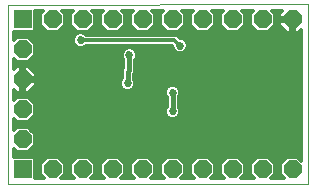
<source format=gbl>
G75*
%MOIN*%
%OFA0B0*%
%FSLAX25Y25*%
%IPPOS*%
%LPD*%
%AMOC8*
5,1,8,0,0,1.08239X$1,22.5*
%
%ADD10C,0.00000*%
%ADD11R,0.05906X0.05906*%
%ADD12OC8,0.05906*%
%ADD13R,0.06000X0.06000*%
%ADD14OC8,0.06000*%
%ADD15C,0.02700*%
%ADD16C,0.01600*%
%ADD17C,0.01200*%
D10*
X0040000Y0001600D02*
X0040000Y0061561D01*
X0140000Y0061600D01*
X0140000Y0001600D01*
X0040000Y0001600D01*
D11*
X0045000Y0006600D03*
D12*
X0055000Y0006600D03*
X0065000Y0006600D03*
X0075000Y0006600D03*
X0085000Y0006600D03*
X0095000Y0006600D03*
X0105000Y0006600D03*
X0115000Y0006600D03*
X0125000Y0006600D03*
X0135000Y0006600D03*
D13*
X0045000Y0056600D03*
D14*
X0055000Y0056600D03*
X0065000Y0056600D03*
X0075000Y0056600D03*
X0085000Y0056600D03*
X0095000Y0056600D03*
X0105000Y0056600D03*
X0115000Y0056600D03*
X0125000Y0056600D03*
X0135000Y0056600D03*
X0045000Y0046600D03*
X0045000Y0036600D03*
X0045000Y0026600D03*
X0045000Y0016600D03*
D15*
X0065625Y0030975D03*
X0080000Y0035350D03*
X0095000Y0032225D03*
X0095000Y0025975D03*
X0131875Y0029946D03*
X0131875Y0037004D03*
X0097500Y0047850D03*
X0080625Y0044725D03*
X0064375Y0049725D03*
D16*
X0080625Y0044725D02*
X0080625Y0039725D01*
X0080000Y0039100D01*
X0080000Y0035350D01*
X0095000Y0032225D02*
X0095000Y0025975D01*
D17*
X0097431Y0026769D02*
X0137900Y0026769D01*
X0137900Y0027967D02*
X0097000Y0027967D01*
X0097000Y0027581D02*
X0097000Y0030619D01*
X0097162Y0030781D01*
X0097550Y0031718D01*
X0097550Y0032732D01*
X0097162Y0033669D01*
X0096444Y0034387D01*
X0095507Y0034775D01*
X0094493Y0034775D01*
X0093556Y0034387D01*
X0092838Y0033669D01*
X0092450Y0032732D01*
X0092450Y0031718D01*
X0092838Y0030781D01*
X0093000Y0030619D01*
X0093000Y0027581D01*
X0092838Y0027419D01*
X0092450Y0026482D01*
X0092450Y0025468D01*
X0092838Y0024531D01*
X0093556Y0023813D01*
X0094493Y0023425D01*
X0095507Y0023425D01*
X0096444Y0023813D01*
X0097162Y0024531D01*
X0097550Y0025468D01*
X0097550Y0026482D01*
X0097162Y0027419D01*
X0097000Y0027581D01*
X0097000Y0029166D02*
X0137900Y0029166D01*
X0137900Y0030364D02*
X0097000Y0030364D01*
X0097486Y0031563D02*
X0137900Y0031563D01*
X0137900Y0032761D02*
X0097538Y0032761D01*
X0096871Y0033960D02*
X0137900Y0033960D01*
X0137900Y0035158D02*
X0082550Y0035158D01*
X0082550Y0034843D02*
X0082550Y0035857D01*
X0082162Y0036794D01*
X0082000Y0036956D01*
X0082000Y0038272D01*
X0082625Y0038897D01*
X0082625Y0043119D01*
X0082787Y0043281D01*
X0083175Y0044218D01*
X0083175Y0045232D01*
X0082787Y0046169D01*
X0082069Y0046887D01*
X0081132Y0047275D01*
X0080118Y0047275D01*
X0079181Y0046887D01*
X0078463Y0046169D01*
X0078075Y0045232D01*
X0078075Y0044218D01*
X0078463Y0043281D01*
X0078625Y0043119D01*
X0078625Y0040553D01*
X0078000Y0039928D01*
X0078000Y0036956D01*
X0077838Y0036794D01*
X0077450Y0035857D01*
X0077450Y0034843D01*
X0077838Y0033906D01*
X0078556Y0033188D01*
X0079493Y0032800D01*
X0080507Y0032800D01*
X0081444Y0033188D01*
X0082162Y0033906D01*
X0082550Y0034843D01*
X0082184Y0033960D02*
X0093129Y0033960D01*
X0092462Y0032761D02*
X0047667Y0032761D01*
X0046905Y0032000D02*
X0045400Y0032000D01*
X0045400Y0036200D01*
X0045400Y0037000D01*
X0044600Y0037000D01*
X0044600Y0041200D01*
X0043095Y0041200D01*
X0042100Y0040205D01*
X0042100Y0043560D01*
X0043260Y0042400D01*
X0046740Y0042400D01*
X0049200Y0044860D01*
X0049200Y0048340D01*
X0046740Y0050800D01*
X0043260Y0050800D01*
X0042100Y0049640D01*
X0042100Y0052400D01*
X0048497Y0052400D01*
X0049200Y0053103D01*
X0049200Y0059464D01*
X0051926Y0059465D01*
X0050800Y0058340D01*
X0050800Y0054860D01*
X0053260Y0052400D01*
X0056740Y0052400D01*
X0059200Y0054860D01*
X0059200Y0058340D01*
X0058072Y0059468D01*
X0061930Y0059469D01*
X0060800Y0058340D01*
X0060800Y0054860D01*
X0063260Y0052400D01*
X0066740Y0052400D01*
X0069200Y0054860D01*
X0069200Y0058340D01*
X0068068Y0059472D01*
X0071934Y0059473D01*
X0070800Y0058340D01*
X0070800Y0054860D01*
X0073260Y0052400D01*
X0076740Y0052400D01*
X0079200Y0054860D01*
X0079200Y0058340D01*
X0078064Y0059476D01*
X0081937Y0059477D01*
X0080800Y0058340D01*
X0080800Y0054860D01*
X0083260Y0052400D01*
X0086740Y0052400D01*
X0089200Y0054860D01*
X0089200Y0058340D01*
X0088060Y0059480D01*
X0091941Y0059481D01*
X0090800Y0058340D01*
X0090800Y0054860D01*
X0093260Y0052400D01*
X0096740Y0052400D01*
X0099200Y0054860D01*
X0099200Y0058340D01*
X0098056Y0059483D01*
X0101945Y0059485D01*
X0100800Y0058340D01*
X0100800Y0054860D01*
X0103260Y0052400D01*
X0106740Y0052400D01*
X0109200Y0054860D01*
X0109200Y0058340D01*
X0108052Y0059487D01*
X0111949Y0059489D01*
X0110800Y0058340D01*
X0110800Y0054860D01*
X0113260Y0052400D01*
X0116740Y0052400D01*
X0119200Y0054860D01*
X0119200Y0058340D01*
X0118048Y0059491D01*
X0121953Y0059493D01*
X0120800Y0058340D01*
X0120800Y0054860D01*
X0123260Y0052400D01*
X0126740Y0052400D01*
X0129200Y0054860D01*
X0129200Y0058340D01*
X0128044Y0059495D01*
X0131391Y0059497D01*
X0130400Y0058505D01*
X0130400Y0057000D01*
X0134600Y0057000D01*
X0134600Y0056200D01*
X0130400Y0056200D01*
X0130400Y0054695D01*
X0133095Y0052000D01*
X0134600Y0052000D01*
X0134600Y0056200D01*
X0135400Y0056200D01*
X0135400Y0052000D01*
X0136905Y0052000D01*
X0137900Y0052995D01*
X0137900Y0009573D01*
X0136720Y0010753D01*
X0133280Y0010753D01*
X0130847Y0008320D01*
X0130847Y0004880D01*
X0132027Y0003700D01*
X0127973Y0003700D01*
X0129153Y0004880D01*
X0129153Y0008320D01*
X0126720Y0010753D01*
X0123280Y0010753D01*
X0120847Y0008320D01*
X0120847Y0004880D01*
X0122027Y0003700D01*
X0117973Y0003700D01*
X0119153Y0004880D01*
X0119153Y0008320D01*
X0116720Y0010753D01*
X0113280Y0010753D01*
X0110847Y0008320D01*
X0110847Y0004880D01*
X0112027Y0003700D01*
X0107973Y0003700D01*
X0109153Y0004880D01*
X0109153Y0008320D01*
X0106720Y0010753D01*
X0103280Y0010753D01*
X0100847Y0008320D01*
X0100847Y0004880D01*
X0102027Y0003700D01*
X0097973Y0003700D01*
X0099153Y0004880D01*
X0099153Y0008320D01*
X0096720Y0010753D01*
X0093280Y0010753D01*
X0090847Y0008320D01*
X0090847Y0004880D01*
X0092027Y0003700D01*
X0087973Y0003700D01*
X0089153Y0004880D01*
X0089153Y0008320D01*
X0086720Y0010753D01*
X0083280Y0010753D01*
X0080847Y0008320D01*
X0080847Y0004880D01*
X0082027Y0003700D01*
X0077973Y0003700D01*
X0079153Y0004880D01*
X0079153Y0008320D01*
X0076720Y0010753D01*
X0073280Y0010753D01*
X0070847Y0008320D01*
X0070847Y0004880D01*
X0072027Y0003700D01*
X0067973Y0003700D01*
X0069153Y0004880D01*
X0069153Y0008320D01*
X0066720Y0010753D01*
X0063280Y0010753D01*
X0060847Y0008320D01*
X0060847Y0004880D01*
X0062027Y0003700D01*
X0057973Y0003700D01*
X0059153Y0004880D01*
X0059153Y0008320D01*
X0056720Y0010753D01*
X0053280Y0010753D01*
X0050847Y0008320D01*
X0050847Y0004880D01*
X0052027Y0003700D01*
X0049153Y0003700D01*
X0049153Y0010050D01*
X0048450Y0010753D01*
X0042100Y0010753D01*
X0042100Y0013560D01*
X0043260Y0012400D01*
X0046740Y0012400D01*
X0049200Y0014860D01*
X0049200Y0018340D01*
X0046740Y0020800D01*
X0043260Y0020800D01*
X0042100Y0019640D01*
X0042100Y0023560D01*
X0043260Y0022400D01*
X0046740Y0022400D01*
X0049200Y0024860D01*
X0049200Y0028340D01*
X0046740Y0030800D01*
X0043260Y0030800D01*
X0042100Y0029640D01*
X0042100Y0032995D01*
X0043095Y0032000D01*
X0044600Y0032000D01*
X0044600Y0036200D01*
X0045400Y0036200D01*
X0049600Y0036200D01*
X0049600Y0034695D01*
X0046905Y0032000D01*
X0045400Y0032761D02*
X0044600Y0032761D01*
X0044600Y0033960D02*
X0045400Y0033960D01*
X0045400Y0035158D02*
X0044600Y0035158D01*
X0045400Y0036357D02*
X0077657Y0036357D01*
X0077450Y0035158D02*
X0049600Y0035158D01*
X0048865Y0033960D02*
X0077816Y0033960D01*
X0082343Y0036357D02*
X0137900Y0036357D01*
X0137900Y0037555D02*
X0082000Y0037555D01*
X0082482Y0038754D02*
X0137900Y0038754D01*
X0137900Y0039952D02*
X0082625Y0039952D01*
X0082625Y0041151D02*
X0137900Y0041151D01*
X0137900Y0042349D02*
X0082625Y0042349D01*
X0082898Y0043548D02*
X0137900Y0043548D01*
X0137900Y0044746D02*
X0083175Y0044746D01*
X0082880Y0045945D02*
X0095799Y0045945D01*
X0096056Y0045688D02*
X0096993Y0045300D01*
X0098007Y0045300D01*
X0098944Y0045688D01*
X0099662Y0046406D01*
X0100050Y0047343D01*
X0100050Y0048357D01*
X0099662Y0049294D01*
X0098944Y0050012D01*
X0098007Y0050400D01*
X0097496Y0050400D01*
X0097425Y0050471D01*
X0096371Y0051525D01*
X0066181Y0051525D01*
X0065819Y0051887D01*
X0064882Y0052275D01*
X0063868Y0052275D01*
X0062931Y0051887D01*
X0062213Y0051169D01*
X0061825Y0050232D01*
X0061825Y0049218D01*
X0062213Y0048281D01*
X0062931Y0047563D01*
X0063868Y0047175D01*
X0064882Y0047175D01*
X0065819Y0047563D01*
X0066181Y0047925D01*
X0094879Y0047925D01*
X0094950Y0047854D01*
X0094950Y0047343D01*
X0095338Y0046406D01*
X0096056Y0045688D01*
X0095033Y0047143D02*
X0081450Y0047143D01*
X0079800Y0047143D02*
X0049200Y0047143D01*
X0049200Y0045945D02*
X0078370Y0045945D01*
X0078075Y0044746D02*
X0049086Y0044746D01*
X0047888Y0043548D02*
X0078352Y0043548D01*
X0078625Y0042349D02*
X0042100Y0042349D01*
X0042100Y0043548D02*
X0042112Y0043548D01*
X0042100Y0041151D02*
X0043046Y0041151D01*
X0044600Y0041151D02*
X0045400Y0041151D01*
X0045400Y0041200D02*
X0045400Y0037000D01*
X0049600Y0037000D01*
X0049600Y0038505D01*
X0046905Y0041200D01*
X0045400Y0041200D01*
X0046954Y0041151D02*
X0078625Y0041151D01*
X0078024Y0039952D02*
X0048153Y0039952D01*
X0049352Y0038754D02*
X0078000Y0038754D01*
X0078000Y0037555D02*
X0049600Y0037555D01*
X0045400Y0037555D02*
X0044600Y0037555D01*
X0044600Y0038754D02*
X0045400Y0038754D01*
X0045400Y0039952D02*
X0044600Y0039952D01*
X0042333Y0032761D02*
X0042100Y0032761D01*
X0042100Y0031563D02*
X0092514Y0031563D01*
X0093000Y0030364D02*
X0047175Y0030364D01*
X0048374Y0029166D02*
X0093000Y0029166D01*
X0093000Y0027967D02*
X0049200Y0027967D01*
X0049200Y0026769D02*
X0092569Y0026769D01*
X0092450Y0025570D02*
X0049200Y0025570D01*
X0048711Y0024372D02*
X0092997Y0024372D01*
X0097003Y0024372D02*
X0137900Y0024372D01*
X0137900Y0025570D02*
X0097550Y0025570D01*
X0097483Y0009990D02*
X0102517Y0009990D01*
X0101318Y0008791D02*
X0098682Y0008791D01*
X0099153Y0007593D02*
X0100847Y0007593D01*
X0100847Y0006394D02*
X0099153Y0006394D01*
X0099153Y0005196D02*
X0100847Y0005196D01*
X0101730Y0003997D02*
X0098270Y0003997D01*
X0091730Y0003997D02*
X0088270Y0003997D01*
X0089153Y0005196D02*
X0090847Y0005196D01*
X0090847Y0006394D02*
X0089153Y0006394D01*
X0089153Y0007593D02*
X0090847Y0007593D01*
X0091318Y0008791D02*
X0088682Y0008791D01*
X0087483Y0009990D02*
X0092517Y0009990D01*
X0082517Y0009990D02*
X0077483Y0009990D01*
X0078682Y0008791D02*
X0081318Y0008791D01*
X0080847Y0007593D02*
X0079153Y0007593D01*
X0079153Y0006394D02*
X0080847Y0006394D01*
X0080847Y0005196D02*
X0079153Y0005196D01*
X0078270Y0003997D02*
X0081730Y0003997D01*
X0071730Y0003997D02*
X0068270Y0003997D01*
X0069153Y0005196D02*
X0070847Y0005196D01*
X0070847Y0006394D02*
X0069153Y0006394D01*
X0069153Y0007593D02*
X0070847Y0007593D01*
X0071318Y0008791D02*
X0068682Y0008791D01*
X0067483Y0009990D02*
X0072517Y0009990D01*
X0062517Y0009990D02*
X0057483Y0009990D01*
X0058682Y0008791D02*
X0061318Y0008791D01*
X0060847Y0007593D02*
X0059153Y0007593D01*
X0059153Y0006394D02*
X0060847Y0006394D01*
X0060847Y0005196D02*
X0059153Y0005196D01*
X0058270Y0003997D02*
X0061730Y0003997D01*
X0051730Y0003997D02*
X0049153Y0003997D01*
X0049153Y0005196D02*
X0050847Y0005196D01*
X0050847Y0006394D02*
X0049153Y0006394D01*
X0049153Y0007593D02*
X0050847Y0007593D01*
X0051318Y0008791D02*
X0049153Y0008791D01*
X0049153Y0009990D02*
X0052517Y0009990D01*
X0047925Y0013585D02*
X0137900Y0013585D01*
X0137900Y0012387D02*
X0042100Y0012387D01*
X0042100Y0011188D02*
X0137900Y0011188D01*
X0137900Y0009990D02*
X0137483Y0009990D01*
X0132517Y0009990D02*
X0127483Y0009990D01*
X0128682Y0008791D02*
X0131318Y0008791D01*
X0130847Y0007593D02*
X0129153Y0007593D01*
X0129153Y0006394D02*
X0130847Y0006394D01*
X0130847Y0005196D02*
X0129153Y0005196D01*
X0128270Y0003997D02*
X0131730Y0003997D01*
X0121730Y0003997D02*
X0118270Y0003997D01*
X0119153Y0005196D02*
X0120847Y0005196D01*
X0120847Y0006394D02*
X0119153Y0006394D01*
X0119153Y0007593D02*
X0120847Y0007593D01*
X0121318Y0008791D02*
X0118682Y0008791D01*
X0117483Y0009990D02*
X0122517Y0009990D01*
X0112517Y0009990D02*
X0107483Y0009990D01*
X0108682Y0008791D02*
X0111318Y0008791D01*
X0110847Y0007593D02*
X0109153Y0007593D01*
X0109153Y0006394D02*
X0110847Y0006394D01*
X0110847Y0005196D02*
X0109153Y0005196D01*
X0108270Y0003997D02*
X0111730Y0003997D01*
X0137900Y0014784D02*
X0049123Y0014784D01*
X0049200Y0015982D02*
X0137900Y0015982D01*
X0137900Y0017181D02*
X0049200Y0017181D01*
X0049161Y0018379D02*
X0137900Y0018379D01*
X0137900Y0019578D02*
X0047962Y0019578D01*
X0046763Y0020776D02*
X0137900Y0020776D01*
X0137900Y0021975D02*
X0042100Y0021975D01*
X0042100Y0023173D02*
X0042487Y0023173D01*
X0047513Y0023173D02*
X0137900Y0023173D01*
X0137900Y0045945D02*
X0099201Y0045945D01*
X0099967Y0047143D02*
X0137900Y0047143D01*
X0137900Y0048342D02*
X0100050Y0048342D01*
X0099416Y0049540D02*
X0137900Y0049540D01*
X0137900Y0050739D02*
X0097157Y0050739D01*
X0095625Y0049725D02*
X0064375Y0049725D01*
X0062035Y0050739D02*
X0046801Y0050739D01*
X0047999Y0049540D02*
X0061825Y0049540D01*
X0062188Y0048342D02*
X0049198Y0048342D01*
X0043199Y0050739D02*
X0042100Y0050739D01*
X0042100Y0051937D02*
X0063053Y0051937D01*
X0062524Y0053136D02*
X0057476Y0053136D01*
X0058674Y0054334D02*
X0061326Y0054334D01*
X0060800Y0055533D02*
X0059200Y0055533D01*
X0059200Y0056732D02*
X0060800Y0056732D01*
X0060800Y0057930D02*
X0059200Y0057930D01*
X0058411Y0059129D02*
X0061589Y0059129D01*
X0068411Y0059129D02*
X0071589Y0059129D01*
X0070800Y0057930D02*
X0069200Y0057930D01*
X0069200Y0056732D02*
X0070800Y0056732D01*
X0070800Y0055533D02*
X0069200Y0055533D01*
X0068674Y0054334D02*
X0071326Y0054334D01*
X0072524Y0053136D02*
X0067476Y0053136D01*
X0065697Y0051937D02*
X0137900Y0051937D01*
X0135400Y0053136D02*
X0134600Y0053136D01*
X0134600Y0054334D02*
X0135400Y0054334D01*
X0135400Y0055533D02*
X0134600Y0055533D01*
X0134600Y0056732D02*
X0129200Y0056732D01*
X0129200Y0057930D02*
X0130400Y0057930D01*
X0131023Y0059129D02*
X0128411Y0059129D01*
X0121589Y0059129D02*
X0118411Y0059129D01*
X0119200Y0057930D02*
X0120800Y0057930D01*
X0120800Y0056732D02*
X0119200Y0056732D01*
X0119200Y0055533D02*
X0120800Y0055533D01*
X0121326Y0054334D02*
X0118674Y0054334D01*
X0117476Y0053136D02*
X0122524Y0053136D01*
X0127476Y0053136D02*
X0131959Y0053136D01*
X0130760Y0054334D02*
X0128674Y0054334D01*
X0129200Y0055533D02*
X0130400Y0055533D01*
X0112524Y0053136D02*
X0107476Y0053136D01*
X0108674Y0054334D02*
X0111326Y0054334D01*
X0110800Y0055533D02*
X0109200Y0055533D01*
X0109200Y0056732D02*
X0110800Y0056732D01*
X0110800Y0057930D02*
X0109200Y0057930D01*
X0108411Y0059129D02*
X0111589Y0059129D01*
X0101589Y0059129D02*
X0098411Y0059129D01*
X0099200Y0057930D02*
X0100800Y0057930D01*
X0100800Y0056732D02*
X0099200Y0056732D01*
X0099200Y0055533D02*
X0100800Y0055533D01*
X0101326Y0054334D02*
X0098674Y0054334D01*
X0097476Y0053136D02*
X0102524Y0053136D01*
X0097500Y0047850D02*
X0095625Y0049725D01*
X0092524Y0053136D02*
X0087476Y0053136D01*
X0088674Y0054334D02*
X0091326Y0054334D01*
X0090800Y0055533D02*
X0089200Y0055533D01*
X0089200Y0056732D02*
X0090800Y0056732D01*
X0090800Y0057930D02*
X0089200Y0057930D01*
X0088411Y0059129D02*
X0091589Y0059129D01*
X0081589Y0059129D02*
X0078411Y0059129D01*
X0079200Y0057930D02*
X0080800Y0057930D01*
X0080800Y0056732D02*
X0079200Y0056732D01*
X0079200Y0055533D02*
X0080800Y0055533D01*
X0081326Y0054334D02*
X0078674Y0054334D01*
X0077476Y0053136D02*
X0082524Y0053136D01*
X0052524Y0053136D02*
X0049200Y0053136D01*
X0049200Y0054334D02*
X0051326Y0054334D01*
X0050800Y0055533D02*
X0049200Y0055533D01*
X0049200Y0056732D02*
X0050800Y0056732D01*
X0050800Y0057930D02*
X0049200Y0057930D01*
X0049200Y0059129D02*
X0051589Y0059129D01*
X0042825Y0030364D02*
X0042100Y0030364D01*
X0042100Y0020776D02*
X0043237Y0020776D01*
M02*

</source>
